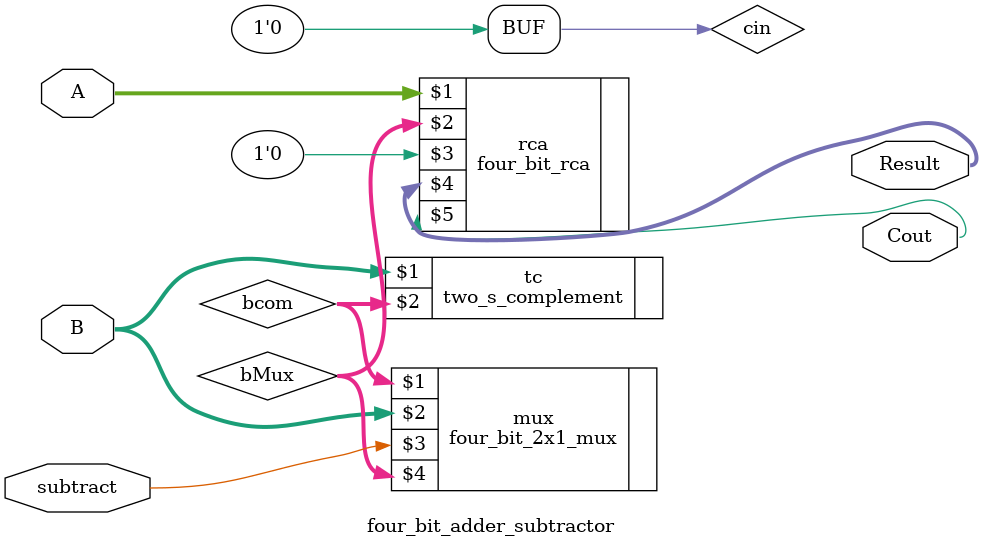
<source format=v>
module four_bit_adder_subtractor(A, B, subtract, Result, Cout);
    input [3:0] A;
    input [3:0] B;
    input subtract;
    output [3:0] Result;
    output Cout;

    wire [3:0] bcom;
    wire [3:0] bMux;
    
    reg cin = 0;

    two_s_complement tc(B, bcom);
    four_bit_2x1_mux mux(bcom, B, subtract, bMux);
    four_bit_rca rca(A, bMux, cin, Result, Cout);

endmodule

</source>
